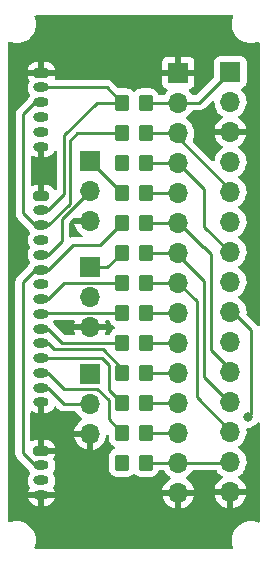
<source format=gbr>
%TF.GenerationSoftware,KiCad,Pcbnew,(6.0.10)*%
%TF.CreationDate,2023-02-12T22:57:06+09:00*%
%TF.ProjectId,joystick_gpio_input,6a6f7973-7469-4636-9b5f-6770696f5f69,1*%
%TF.SameCoordinates,PX7b89fa0PY78dfd90*%
%TF.FileFunction,Copper,L1,Top*%
%TF.FilePolarity,Positive*%
%FSLAX46Y46*%
G04 Gerber Fmt 4.6, Leading zero omitted, Abs format (unit mm)*
G04 Created by KiCad (PCBNEW (6.0.10)) date 2023-02-12 22:57:06*
%MOMM*%
%LPD*%
G01*
G04 APERTURE LIST*
G04 Aperture macros list*
%AMRoundRect*
0 Rectangle with rounded corners*
0 $1 Rounding radius*
0 $2 $3 $4 $5 $6 $7 $8 $9 X,Y pos of 4 corners*
0 Add a 4 corners polygon primitive as box body*
4,1,4,$2,$3,$4,$5,$6,$7,$8,$9,$2,$3,0*
0 Add four circle primitives for the rounded corners*
1,1,$1+$1,$2,$3*
1,1,$1+$1,$4,$5*
1,1,$1+$1,$6,$7*
1,1,$1+$1,$8,$9*
0 Add four rect primitives between the rounded corners*
20,1,$1+$1,$2,$3,$4,$5,0*
20,1,$1+$1,$4,$5,$6,$7,0*
20,1,$1+$1,$6,$7,$8,$9,0*
20,1,$1+$1,$8,$9,$2,$3,0*%
G04 Aperture macros list end*
%TA.AperFunction,SMDPad,CuDef*%
%ADD10RoundRect,0.250000X-0.350000X-0.450000X0.350000X-0.450000X0.350000X0.450000X-0.350000X0.450000X0*%
%TD*%
%TA.AperFunction,ComponentPad*%
%ADD11R,1.700000X1.700000*%
%TD*%
%TA.AperFunction,ComponentPad*%
%ADD12O,1.700000X1.700000*%
%TD*%
%TA.AperFunction,ComponentPad*%
%ADD13RoundRect,0.200000X-0.450000X0.200000X-0.450000X-0.200000X0.450000X-0.200000X0.450000X0.200000X0*%
%TD*%
%TA.AperFunction,ComponentPad*%
%ADD14O,1.300000X0.800000*%
%TD*%
%TA.AperFunction,ViaPad*%
%ADD15C,0.800000*%
%TD*%
%TA.AperFunction,Conductor*%
%ADD16C,0.250000*%
%TD*%
G04 APERTURE END LIST*
D10*
%TO.P,R10,1*%
%TO.N,/Y*%
X10430000Y15697200D03*
%TO.P,R10,2*%
%TO.N,/C_Y*%
X12430000Y15697200D03*
%TD*%
%TO.P,R12,1*%
%TO.N,/TR*%
X10430000Y10617200D03*
%TO.P,R12,2*%
%TO.N,/C_TR*%
X12430000Y10617200D03*
%TD*%
D11*
%TO.P,J5,1,Pin_1*%
%TO.N,/C_UP*%
X19608800Y41148000D03*
D12*
%TO.P,J5,2,Pin_2*%
%TO.N,/C_TL*%
X19608800Y38608000D03*
%TO.P,J5,3,Pin_3*%
%TO.N,/GND*%
X19608800Y36068000D03*
%TO.P,J5,4,Pin_4*%
%TO.N,/C_X*%
X19608800Y33528000D03*
%TO.P,J5,5,Pin_5*%
%TO.N,/C_DOWN*%
X19608800Y30988000D03*
%TO.P,J5,6,Pin_6*%
%TO.N,/C_Y*%
X19608800Y28448000D03*
%TO.P,J5,7,Pin_7*%
%TO.N,/C_LEFT*%
X19608800Y25908000D03*
%TO.P,J5,8,Pin_8*%
%TO.N,/C_RIGHT*%
X19608800Y23368000D03*
%TO.P,J5,9,Pin_9*%
%TO.N,/C_TR*%
X19608800Y20828000D03*
%TO.P,J5,10,Pin_10*%
%TO.N,/C_B*%
X19608800Y18288000D03*
%TO.P,J5,11,Pin_11*%
%TO.N,/C_START*%
X19608800Y15748000D03*
%TO.P,J5,12,Pin_12*%
%TO.N,/C_SELECT*%
X19608800Y13208000D03*
%TO.P,J5,13,Pin_13*%
%TO.N,/C_A*%
X19608800Y10668000D03*
%TO.P,J5,14,Pin_14*%
%TO.N,/C_HK*%
X19608800Y8128000D03*
%TO.P,J5,15,Pin_15*%
%TO.N,/GND*%
X19608800Y5588000D03*
%TD*%
D10*
%TO.P,R13,1*%
%TO.N,/HK*%
X10430000Y8077200D03*
%TO.P,R13,2*%
%TO.N,/C_HK*%
X12430000Y8077200D03*
%TD*%
%TO.P,R11,1*%
%TO.N,/TL*%
X10430000Y13157200D03*
%TO.P,R11,2*%
%TO.N,/C_TL*%
X12430000Y13157200D03*
%TD*%
%TO.P,R4,1*%
%TO.N,/RIGHT*%
X10430000Y30937200D03*
%TO.P,R4,2*%
%TO.N,/C_RIGHT*%
X12430000Y30937200D03*
%TD*%
%TO.P,R9,1*%
%TO.N,/X*%
X10430000Y18237200D03*
%TO.P,R9,2*%
%TO.N,/C_X*%
X12430000Y18237200D03*
%TD*%
%TO.P,R5,1*%
%TO.N,/START*%
X10430000Y28397200D03*
%TO.P,R5,2*%
%TO.N,/C_START*%
X12430000Y28397200D03*
%TD*%
D11*
%TO.P,JP3,1,Pin_1*%
%TO.N,/HK*%
X7721600Y15595600D03*
D12*
%TO.P,JP3,2,Pin_2*%
%TO.N,/HK_T*%
X7721600Y13055600D03*
%TO.P,JP3,3,Pin_3*%
%TO.N,/GND*%
X7721600Y10515600D03*
%TD*%
D10*
%TO.P,R2,1*%
%TO.N,/DOWN*%
X10430000Y36017200D03*
%TO.P,R2,2*%
%TO.N,/C_DOWN*%
X12430000Y36017200D03*
%TD*%
D13*
%TO.P,J1,1,Pin_1*%
%TO.N,/GND*%
X3606800Y41097200D03*
D14*
%TO.P,J1,2,Pin_2*%
%TO.N,/UP*%
X3606800Y39847200D03*
%TO.P,J1,3,Pin_3*%
%TO.N,/DOWN*%
X3606800Y38597200D03*
%TO.P,J1,4,Pin_4*%
%TO.N,/LEFT*%
X3606800Y37347200D03*
%TO.P,J1,5,Pin_5*%
%TO.N,/RIGHT*%
X3606800Y36097200D03*
%TO.P,J1,6,Pin_6*%
%TO.N,/GND*%
X3606800Y34847200D03*
%TD*%
D10*
%TO.P,R8,1*%
%TO.N,/B*%
X10430000Y20777200D03*
%TO.P,R8,2*%
%TO.N,/C_B*%
X12430000Y20777200D03*
%TD*%
%TO.P,R3,1*%
%TO.N,/LEFT*%
X10430000Y33477200D03*
%TO.P,R3,2*%
%TO.N,/C_LEFT*%
X12430000Y33477200D03*
%TD*%
D13*
%TO.P,J3,1,Pin_1*%
%TO.N,/GND*%
X3606800Y30683200D03*
D14*
%TO.P,J3,2,Pin_2*%
%TO.N,/UP*%
X3606800Y29433200D03*
%TO.P,J3,3,Pin_3*%
%TO.N,/DOWN*%
X3606800Y28183200D03*
%TO.P,J3,4,Pin_4*%
%TO.N,/LEFT*%
X3606800Y26933200D03*
%TO.P,J3,5,Pin_5*%
%TO.N,/RIGHT_T*%
X3606800Y25683200D03*
%TO.P,J3,6,Pin_6*%
%TO.N,/START*%
X3606800Y24433200D03*
%TO.P,J3,7,Pin_7*%
%TO.N,/SELECT_T*%
X3606800Y23183200D03*
%TO.P,J3,8,Pin_8*%
%TO.N,/A*%
X3606800Y21933200D03*
%TO.P,J3,9,Pin_9*%
%TO.N,/B*%
X3606800Y20683200D03*
%TO.P,J3,10,Pin_10*%
%TO.N,/X*%
X3606800Y19433200D03*
%TO.P,J3,11,Pin_11*%
%TO.N,/Y*%
X3606800Y18183200D03*
%TO.P,J3,12,Pin_12*%
%TO.N,/TL*%
X3606800Y16933200D03*
%TO.P,J3,13,Pin_13*%
%TO.N,/TR*%
X3606800Y15683200D03*
%TO.P,J3,14,Pin_14*%
%TO.N,/HK_T*%
X3606800Y14433200D03*
%TO.P,J3,15,Pin_15*%
%TO.N,/GND*%
X3606800Y13183200D03*
%TD*%
D11*
%TO.P,JP1,1,Pin_1*%
%TO.N,/RIGHT*%
X7721600Y33629600D03*
D12*
%TO.P,JP1,2,Pin_2*%
%TO.N,/RIGHT_T*%
X7721600Y31089600D03*
%TO.P,JP1,3,Pin_3*%
%TO.N,/GND*%
X7721600Y28549600D03*
%TD*%
D11*
%TO.P,J4,1,Pin_1*%
%TO.N,/GND*%
X15189200Y41097200D03*
D12*
%TO.P,J4,2,Pin_2*%
%TO.N,/C_UP*%
X15189200Y38557200D03*
%TO.P,J4,3,Pin_3*%
%TO.N,/C_DOWN*%
X15189200Y36017200D03*
%TO.P,J4,4,Pin_4*%
%TO.N,/C_LEFT*%
X15189200Y33477200D03*
%TO.P,J4,5,Pin_5*%
%TO.N,/C_RIGHT*%
X15189200Y30937200D03*
%TO.P,J4,6,Pin_6*%
%TO.N,/C_START*%
X15189200Y28397200D03*
%TO.P,J4,7,Pin_7*%
%TO.N,/C_SELECT*%
X15189200Y25857200D03*
%TO.P,J4,8,Pin_8*%
%TO.N,/C_A*%
X15189200Y23317200D03*
%TO.P,J4,9,Pin_9*%
%TO.N,/C_B*%
X15189200Y20777200D03*
%TO.P,J4,10,Pin_10*%
%TO.N,/C_X*%
X15189200Y18237200D03*
%TO.P,J4,11,Pin_11*%
%TO.N,/C_Y*%
X15189200Y15697200D03*
%TO.P,J4,12,Pin_12*%
%TO.N,/C_TL*%
X15189200Y13157200D03*
%TO.P,J4,13,Pin_13*%
%TO.N,/C_TR*%
X15189200Y10617200D03*
%TO.P,J4,14,Pin_14*%
%TO.N,/C_HK*%
X15189200Y8077200D03*
%TO.P,J4,15,Pin_15*%
%TO.N,/GND*%
X15189200Y5537200D03*
%TD*%
D11*
%TO.P,JP2,1,Pin_1*%
%TO.N,/SELECT*%
X7721600Y24612600D03*
D12*
%TO.P,JP2,2,Pin_2*%
%TO.N,/SELECT_T*%
X7721600Y22072600D03*
%TO.P,JP2,3,Pin_3*%
%TO.N,/GND*%
X7721600Y19532600D03*
%TD*%
D13*
%TO.P,J2,1,Pin_1*%
%TO.N,/GND*%
X3606800Y9093200D03*
D14*
%TO.P,J2,2,Pin_2*%
%TO.N,/START*%
X3606800Y7843200D03*
%TO.P,J2,3,Pin_3*%
%TO.N,/SELECT*%
X3606800Y6593200D03*
%TO.P,J2,4,Pin_4*%
%TO.N,/GND*%
X3606800Y5343200D03*
%TD*%
D10*
%TO.P,R7,1*%
%TO.N,/A*%
X10430000Y23317200D03*
%TO.P,R7,2*%
%TO.N,/C_A*%
X12430000Y23317200D03*
%TD*%
%TO.P,R6,1*%
%TO.N,/SELECT*%
X10430000Y25857200D03*
%TO.P,R6,2*%
%TO.N,/C_SELECT*%
X12430000Y25857200D03*
%TD*%
%TO.P,R1,1*%
%TO.N,/UP*%
X10430000Y38557200D03*
%TO.P,R1,2*%
%TO.N,/C_UP*%
X12430000Y38557200D03*
%TD*%
D15*
%TO.N,/DOWN*%
X10430000Y36017200D03*
%TO.N,/LEFT*%
X10430000Y33477200D03*
%TO.N,/HK*%
X10430000Y8077200D03*
%TO.N,/C_TR*%
X21082000Y11938000D03*
%TD*%
D16*
%TO.N,/C_TR*%
X19862800Y20828000D02*
X19608800Y20828000D01*
X21361400Y19329400D02*
X19862800Y20828000D01*
X21082000Y11938000D02*
X21361400Y12217400D01*
X21361400Y12217400D02*
X21361400Y19329400D01*
%TO.N,/UP*%
X5537200Y35814000D02*
X8280400Y38557200D01*
X5537200Y30835600D02*
X5537200Y35814000D01*
X8280400Y38557200D02*
X10430000Y38557200D01*
X4134800Y29433200D02*
X5537200Y30835600D01*
X9140000Y39847200D02*
X3606800Y39847200D01*
X3606800Y29433200D02*
X4134800Y29433200D01*
X10430000Y38557200D02*
X9140000Y39847200D01*
%TO.N,/DOWN*%
X4154800Y28183200D02*
X5987200Y30015600D01*
X5987200Y30015600D02*
X5987200Y35349600D01*
X2057400Y37566600D02*
X2057400Y29184600D01*
X2057400Y29184600D02*
X3058800Y28183200D01*
X3606800Y28183200D02*
X4154800Y28183200D01*
X6654800Y36017200D02*
X10430000Y36017200D01*
X5987200Y35349600D02*
X6654800Y36017200D01*
X3088000Y38597200D02*
X2057400Y37566600D01*
X3058800Y28183200D02*
X3606800Y28183200D01*
X3606800Y38597200D02*
X3088000Y38597200D01*
%TO.N,/RIGHT*%
X7737600Y33629600D02*
X10430000Y30937200D01*
X7721600Y33629600D02*
X7737600Y33629600D01*
%TO.N,/START*%
X6248400Y26517600D02*
X8550400Y26517600D01*
X3606800Y24433200D02*
X4164000Y24433200D01*
X3078800Y7843200D02*
X3606800Y7843200D01*
X2032000Y8890000D02*
X3078800Y7843200D01*
X3097200Y24433200D02*
X2032000Y23368000D01*
X2032000Y23368000D02*
X2032000Y8890000D01*
X8550400Y26517600D02*
X10430000Y28397200D01*
X3606800Y24433200D02*
X3097200Y24433200D01*
X4164000Y24433200D02*
X6248400Y26517600D01*
%TO.N,/SELECT*%
X7721600Y24612600D02*
X9185400Y24612600D01*
X9185400Y24612600D02*
X10430000Y25857200D01*
%TO.N,/RIGHT_T*%
X5334000Y28694500D02*
X5334000Y26822400D01*
X7721600Y31082100D02*
X5334000Y28694500D01*
X5334000Y26822400D02*
X4194800Y25683200D01*
X4194800Y25683200D02*
X3606800Y25683200D01*
X7721600Y31089600D02*
X7721600Y31082100D01*
%TO.N,/A*%
X4153200Y21933200D02*
X5537200Y23317200D01*
X3606800Y21933200D02*
X4153200Y21933200D01*
X5537200Y23317200D02*
X10430000Y23317200D01*
%TO.N,/B*%
X3700800Y20777200D02*
X3606800Y20683200D01*
X10430000Y20777200D02*
X3700800Y20777200D01*
%TO.N,/X*%
X4188800Y19433200D02*
X5384800Y18237200D01*
X5384800Y18237200D02*
X10430000Y18237200D01*
X3606800Y19433200D02*
X4188800Y19433200D01*
%TO.N,/Y*%
X3606800Y18183200D02*
X4168800Y18183200D01*
X10430000Y16036800D02*
X10430000Y15697200D01*
X4168800Y18183200D02*
X4673600Y17678400D01*
X4673600Y17678400D02*
X8788400Y17678400D01*
X8788400Y17678400D02*
X10430000Y16036800D01*
%TO.N,/TL*%
X3606800Y16933200D02*
X8759400Y16933200D01*
X9347200Y16345400D02*
X9347200Y14240000D01*
X8759400Y16933200D02*
X9347200Y16345400D01*
X9347200Y14240000D02*
X10430000Y13157200D01*
%TO.N,/TR*%
X4179600Y15683200D02*
X5537200Y14325600D01*
X9296400Y11750800D02*
X10430000Y10617200D01*
X9296400Y13360400D02*
X9296400Y11750800D01*
X8331200Y14325600D02*
X9296400Y13360400D01*
X5537200Y14325600D02*
X8331200Y14325600D01*
X3606800Y15683200D02*
X4179600Y15683200D01*
%TO.N,/HK_T*%
X5537200Y13055600D02*
X4159600Y14433200D01*
X4159600Y14433200D02*
X3606800Y14433200D01*
X7721600Y13055600D02*
X5537200Y13055600D01*
%TO.N,/C_UP*%
X12430000Y38557200D02*
X15189200Y38557200D01*
X15189200Y38557200D02*
X16967200Y38557200D01*
X19558000Y41148000D02*
X19608800Y41148000D01*
X16967200Y38557200D02*
X19558000Y41148000D01*
%TO.N,/C_DOWN*%
X15189200Y35610800D02*
X19608800Y31191200D01*
X12430000Y36017200D02*
X15189200Y36017200D01*
X19608800Y31191200D02*
X19608800Y30988000D01*
X15189200Y36017200D02*
X15189200Y35610800D01*
%TO.N,/C_LEFT*%
X17399000Y28067000D02*
X19558000Y25908000D01*
X19558000Y25908000D02*
X19608800Y25908000D01*
X17399000Y31267400D02*
X17399000Y28067000D01*
X12430000Y33477200D02*
X15189200Y33477200D01*
X15189200Y33477200D02*
X17399000Y31267400D01*
%TO.N,/C_RIGHT*%
X12430000Y30937200D02*
X15189200Y30937200D01*
%TO.N,/C_START*%
X17348200Y26339800D02*
X17983200Y25704800D01*
X19608800Y16002000D02*
X19608800Y15748000D01*
X15189200Y28397200D02*
X15265400Y28397200D01*
X12430000Y28397200D02*
X15189200Y28397200D01*
X17322800Y26339800D02*
X17348200Y26339800D01*
X15265400Y28397200D02*
X17322800Y26339800D01*
X17983200Y17627600D02*
X19608800Y16002000D01*
X17983200Y25704800D02*
X17983200Y17627600D01*
%TO.N,/C_SELECT*%
X15189200Y25654000D02*
X17373600Y23469600D01*
X19481800Y13208000D02*
X19608800Y13208000D01*
X15189200Y25857200D02*
X15189200Y25654000D01*
X17373600Y15316200D02*
X19481800Y13208000D01*
X17373600Y23469600D02*
X17373600Y15316200D01*
X12430000Y25857200D02*
X15189200Y25857200D01*
%TO.N,/C_A*%
X19608800Y10795000D02*
X19608800Y10668000D01*
X16764000Y21742400D02*
X16764000Y13639800D01*
X16764000Y13639800D02*
X19608800Y10795000D01*
X15189200Y23317200D02*
X16764000Y21742400D01*
X12430000Y23317200D02*
X15189200Y23317200D01*
%TO.N,/C_B*%
X12430000Y20777200D02*
X15189200Y20777200D01*
%TO.N,/C_X*%
X12430000Y18237200D02*
X15189200Y18237200D01*
%TO.N,/C_Y*%
X12430000Y15697200D02*
X15189200Y15697200D01*
%TO.N,/C_TL*%
X12430000Y13157200D02*
X15189200Y13157200D01*
%TO.N,/C_TR*%
X12430000Y10617200D02*
X15189200Y10617200D01*
%TO.N,/C_HK*%
X15189200Y8077200D02*
X19558000Y8077200D01*
X12430000Y8077200D02*
X15189200Y8077200D01*
X19558000Y8077200D02*
X19608800Y8128000D01*
%TD*%
%TA.AperFunction,Conductor*%
%TO.N,/GND*%
G36*
X19790151Y45953998D02*
G01*
X19836644Y45900342D01*
X19846748Y45830068D01*
X19838439Y45799782D01*
X19801495Y45710591D01*
X19800340Y45705779D01*
X19752798Y45507750D01*
X19742391Y45464403D01*
X19722526Y45212000D01*
X19742391Y44959597D01*
X19743545Y44954790D01*
X19743546Y44954784D01*
X19781179Y44798032D01*
X19801495Y44713409D01*
X19803388Y44708838D01*
X19803389Y44708836D01*
X19831631Y44640655D01*
X19898384Y44479498D01*
X20030672Y44263624D01*
X20195102Y44071102D01*
X20387624Y43906672D01*
X20603498Y43774384D01*
X20608068Y43772491D01*
X20608072Y43772489D01*
X20806618Y43690249D01*
X20837409Y43677495D01*
X20884661Y43666151D01*
X21078784Y43619546D01*
X21078790Y43619545D01*
X21083597Y43618391D01*
X21336000Y43598526D01*
X21588403Y43618391D01*
X21593210Y43619545D01*
X21593216Y43619546D01*
X21787339Y43666151D01*
X21834591Y43677495D01*
X21923782Y43714439D01*
X21994372Y43722028D01*
X22057859Y43690249D01*
X22094086Y43629190D01*
X22098000Y43598030D01*
X22098000Y19787991D01*
X22077998Y19719870D01*
X22024342Y19673377D01*
X21954068Y19663273D01*
X21889488Y19692767D01*
X21872443Y19710761D01*
X21869978Y19713939D01*
X21865942Y19720763D01*
X21851618Y19735087D01*
X21838776Y19750122D01*
X21826872Y19766507D01*
X21792806Y19794689D01*
X21784027Y19802678D01*
X20997394Y20589311D01*
X20963368Y20651623D01*
X20961567Y20694852D01*
X20969892Y20758089D01*
X20969892Y20758093D01*
X20970329Y20761410D01*
X20971956Y20828000D01*
X20953652Y21050639D01*
X20899231Y21267298D01*
X20810154Y21472160D01*
X20759056Y21551146D01*
X20691622Y21655383D01*
X20691620Y21655386D01*
X20688814Y21659723D01*
X20538470Y21824949D01*
X20534419Y21828148D01*
X20534415Y21828152D01*
X20367214Y21960200D01*
X20367210Y21960202D01*
X20363159Y21963402D01*
X20321853Y21986204D01*
X20271884Y22036636D01*
X20257112Y22106079D01*
X20282228Y22172484D01*
X20309580Y22199091D01*
X20414464Y22273904D01*
X20488660Y22326827D01*
X20546420Y22384385D01*
X20600557Y22438334D01*
X20646896Y22484511D01*
X20663926Y22508210D01*
X20774235Y22661723D01*
X20777253Y22665923D01*
X20784973Y22681542D01*
X20873936Y22861547D01*
X20873937Y22861549D01*
X20876230Y22866189D01*
X20941170Y23079931D01*
X20970329Y23301410D01*
X20971956Y23368000D01*
X20953652Y23590639D01*
X20899231Y23807298D01*
X20810154Y24012160D01*
X20715628Y24158275D01*
X20691622Y24195383D01*
X20691620Y24195386D01*
X20688814Y24199723D01*
X20538470Y24364949D01*
X20534419Y24368148D01*
X20534415Y24368152D01*
X20367214Y24500200D01*
X20367210Y24500202D01*
X20363159Y24503402D01*
X20321853Y24526204D01*
X20271884Y24576636D01*
X20257112Y24646079D01*
X20282228Y24712484D01*
X20309580Y24739091D01*
X20414464Y24813904D01*
X20488660Y24866827D01*
X20546420Y24924385D01*
X20618528Y24996242D01*
X20646896Y25024511D01*
X20663926Y25048210D01*
X20774235Y25201723D01*
X20777253Y25205923D01*
X20827007Y25306592D01*
X20873936Y25401547D01*
X20873937Y25401549D01*
X20876230Y25406189D01*
X20941170Y25619931D01*
X20970329Y25841410D01*
X20970797Y25860556D01*
X20971874Y25904635D01*
X20971874Y25904639D01*
X20971956Y25908000D01*
X20953652Y26130639D01*
X20899231Y26347298D01*
X20810154Y26552160D01*
X20750170Y26644881D01*
X20691622Y26735383D01*
X20691620Y26735386D01*
X20688814Y26739723D01*
X20538470Y26904949D01*
X20534419Y26908148D01*
X20534415Y26908152D01*
X20367214Y27040200D01*
X20367210Y27040202D01*
X20363159Y27043402D01*
X20321853Y27066204D01*
X20271884Y27116636D01*
X20257112Y27186079D01*
X20282228Y27252484D01*
X20309580Y27279091D01*
X20414464Y27353904D01*
X20488660Y27406827D01*
X20546420Y27464385D01*
X20626768Y27544453D01*
X20646896Y27564511D01*
X20663926Y27588210D01*
X20774235Y27741723D01*
X20777253Y27745923D01*
X20783906Y27759383D01*
X20873936Y27941547D01*
X20873937Y27941549D01*
X20876230Y27946189D01*
X20929650Y28122014D01*
X20939665Y28154977D01*
X20939665Y28154979D01*
X20941170Y28159931D01*
X20970329Y28381410D01*
X20970576Y28391512D01*
X20971874Y28444635D01*
X20971874Y28444639D01*
X20971956Y28448000D01*
X20953652Y28670639D01*
X20899231Y28887298D01*
X20810154Y29092160D01*
X20719207Y29232743D01*
X20691622Y29275383D01*
X20691620Y29275386D01*
X20688814Y29279723D01*
X20538470Y29444949D01*
X20534419Y29448148D01*
X20534415Y29448152D01*
X20367214Y29580200D01*
X20367210Y29580202D01*
X20363159Y29583402D01*
X20321853Y29606204D01*
X20271884Y29656636D01*
X20257112Y29726079D01*
X20282228Y29792484D01*
X20309580Y29819091D01*
X20353403Y29850350D01*
X20488660Y29946827D01*
X20546420Y30004385D01*
X20600130Y30057908D01*
X20646896Y30104511D01*
X20663926Y30128210D01*
X20774235Y30281723D01*
X20777253Y30285923D01*
X20848065Y30429200D01*
X20873936Y30481547D01*
X20873937Y30481549D01*
X20876230Y30486189D01*
X20941170Y30699931D01*
X20970329Y30921410D01*
X20971956Y30988000D01*
X20953652Y31210639D01*
X20899231Y31427298D01*
X20810154Y31632160D01*
X20708048Y31789992D01*
X20691622Y31815383D01*
X20691620Y31815386D01*
X20688814Y31819723D01*
X20538470Y31984949D01*
X20534419Y31988148D01*
X20534415Y31988152D01*
X20367214Y32120200D01*
X20367210Y32120202D01*
X20363159Y32123402D01*
X20321853Y32146204D01*
X20271884Y32196636D01*
X20257112Y32266079D01*
X20282228Y32332484D01*
X20309580Y32359091D01*
X20414464Y32433904D01*
X20488660Y32486827D01*
X20546420Y32544385D01*
X20570009Y32567893D01*
X20646896Y32644511D01*
X20663926Y32668210D01*
X20774235Y32821723D01*
X20777253Y32825923D01*
X20832413Y32937530D01*
X20873936Y33021547D01*
X20873937Y33021549D01*
X20876230Y33026189D01*
X20941170Y33239931D01*
X20970329Y33461410D01*
X20971956Y33528000D01*
X20953652Y33750639D01*
X20899231Y33967298D01*
X20810154Y34172160D01*
X20715628Y34318275D01*
X20691622Y34355383D01*
X20691620Y34355386D01*
X20688814Y34359723D01*
X20538470Y34524949D01*
X20534419Y34528148D01*
X20534415Y34528152D01*
X20367214Y34660200D01*
X20367210Y34660202D01*
X20363159Y34663402D01*
X20321369Y34686471D01*
X20271398Y34736903D01*
X20256626Y34806346D01*
X20281742Y34872752D01*
X20309094Y34899359D01*
X20484128Y35024208D01*
X20492000Y35030861D01*
X20642852Y35181188D01*
X20649530Y35189035D01*
X20773803Y35361980D01*
X20779113Y35370817D01*
X20873470Y35561733D01*
X20877269Y35571328D01*
X20939177Y35775090D01*
X20941355Y35785163D01*
X20942786Y35796038D01*
X20940575Y35810222D01*
X20927417Y35814000D01*
X18292025Y35814000D01*
X18278494Y35810027D01*
X18277057Y35800034D01*
X18307365Y35665554D01*
X18310445Y35655725D01*
X18390570Y35458397D01*
X18395213Y35449206D01*
X18506494Y35267612D01*
X18512577Y35259301D01*
X18652013Y35098333D01*
X18659380Y35091117D01*
X18823234Y34955084D01*
X18831681Y34949169D01*
X18900769Y34908797D01*
X18949493Y34857158D01*
X18962564Y34787375D01*
X18935833Y34721604D01*
X18895384Y34688248D01*
X18882407Y34681493D01*
X18878274Y34678390D01*
X18878271Y34678388D01*
X18749974Y34582060D01*
X18703765Y34547365D01*
X18687501Y34530346D01*
X18559819Y34396734D01*
X18549429Y34385862D01*
X18546515Y34381590D01*
X18546514Y34381589D01*
X18511861Y34330789D01*
X18423543Y34201320D01*
X18407803Y34167410D01*
X18337723Y34016435D01*
X18329488Y33998695D01*
X18269789Y33783430D01*
X18269240Y33778296D01*
X18269240Y33778294D01*
X18263298Y33722694D01*
X18236170Y33657085D01*
X18177877Y33616557D01*
X18106927Y33613978D01*
X18048916Y33646989D01*
X16429207Y35266698D01*
X16395181Y35329010D01*
X16400246Y35399825D01*
X16405344Y35411619D01*
X16454338Y35510752D01*
X16456630Y35515389D01*
X16496459Y35646481D01*
X16520065Y35724177D01*
X16520065Y35724179D01*
X16521570Y35729131D01*
X16550729Y35950610D01*
X16552356Y36017200D01*
X16534052Y36239839D01*
X16479631Y36456498D01*
X16390554Y36661360D01*
X16349799Y36724358D01*
X16272022Y36844583D01*
X16272020Y36844586D01*
X16269214Y36848923D01*
X16118870Y37014149D01*
X16114819Y37017348D01*
X16114815Y37017352D01*
X15947614Y37149400D01*
X15947610Y37149402D01*
X15943559Y37152602D01*
X15902253Y37175404D01*
X15852284Y37225836D01*
X15837512Y37295279D01*
X15862628Y37361684D01*
X15889980Y37388291D01*
X15958413Y37437104D01*
X16069060Y37516027D01*
X16089831Y37536725D01*
X16223635Y37670063D01*
X16227296Y37673711D01*
X16257774Y37716125D01*
X16354635Y37850923D01*
X16357653Y37855123D01*
X16359946Y37859763D01*
X16361646Y37862592D01*
X16413874Y37910682D01*
X16469651Y37923700D01*
X16888433Y37923700D01*
X16899616Y37923173D01*
X16907109Y37921498D01*
X16915035Y37921747D01*
X16915036Y37921747D01*
X16975186Y37923638D01*
X16979145Y37923700D01*
X17007056Y37923700D01*
X17010991Y37924197D01*
X17011056Y37924205D01*
X17022893Y37925138D01*
X17055151Y37926152D01*
X17059170Y37926278D01*
X17067089Y37926527D01*
X17086543Y37932179D01*
X17105900Y37936187D01*
X17118130Y37937732D01*
X17118131Y37937732D01*
X17125997Y37938726D01*
X17133368Y37941645D01*
X17133370Y37941645D01*
X17167112Y37955004D01*
X17178342Y37958849D01*
X17213183Y37968971D01*
X17213184Y37968971D01*
X17220793Y37971182D01*
X17227612Y37975215D01*
X17227617Y37975217D01*
X17238228Y37981493D01*
X17255976Y37990188D01*
X17274817Y37997648D01*
X17310587Y38023636D01*
X17320507Y38030152D01*
X17351735Y38048620D01*
X17351738Y38048622D01*
X17358562Y38052658D01*
X17372883Y38066979D01*
X17387917Y38079820D01*
X17397894Y38087069D01*
X17404307Y38091728D01*
X17432498Y38125805D01*
X17440488Y38134584D01*
X18031218Y38725314D01*
X18093530Y38759340D01*
X18164345Y38754275D01*
X18221181Y38711728D01*
X18245992Y38645208D01*
X18246078Y38641556D01*
X18246051Y38641305D01*
X18258910Y38418285D01*
X18260047Y38413239D01*
X18260048Y38413233D01*
X18279919Y38325061D01*
X18308022Y38200361D01*
X18346261Y38106189D01*
X18388442Y38002310D01*
X18392066Y37993384D01*
X18433887Y37925138D01*
X18505301Y37808601D01*
X18508787Y37802912D01*
X18655050Y37634062D01*
X18826926Y37491368D01*
X18899184Y37449144D01*
X18900755Y37448226D01*
X18949479Y37396588D01*
X18962550Y37326805D01*
X18935819Y37261033D01*
X18895362Y37227673D01*
X18887257Y37223454D01*
X18878538Y37217964D01*
X18708233Y37090095D01*
X18700526Y37083252D01*
X18553390Y36929283D01*
X18546904Y36921273D01*
X18426898Y36745351D01*
X18421800Y36736377D01*
X18332138Y36543217D01*
X18328575Y36533530D01*
X18273189Y36333817D01*
X18274712Y36325393D01*
X18287092Y36322000D01*
X20927144Y36322000D01*
X20940675Y36325973D01*
X20941980Y36335053D01*
X20900014Y36502125D01*
X20896694Y36511876D01*
X20811772Y36707186D01*
X20806905Y36716261D01*
X20691226Y36895074D01*
X20684936Y36903243D01*
X20541606Y37060760D01*
X20534073Y37067785D01*
X20366939Y37199778D01*
X20358356Y37205480D01*
X20321402Y37225880D01*
X20271431Y37276313D01*
X20256659Y37345755D01*
X20281775Y37412161D01*
X20309127Y37438768D01*
X20332597Y37455509D01*
X20488660Y37566827D01*
X20508560Y37586657D01*
X20623379Y37701076D01*
X20646896Y37724511D01*
X20663926Y37748210D01*
X20774235Y37901723D01*
X20777253Y37905923D01*
X20786009Y37923638D01*
X20873936Y38101547D01*
X20873937Y38101549D01*
X20876230Y38106189D01*
X20941170Y38319931D01*
X20970329Y38541410D01*
X20971956Y38608000D01*
X20953652Y38830639D01*
X20899231Y39047298D01*
X20810154Y39252160D01*
X20724486Y39384583D01*
X20691622Y39435383D01*
X20691620Y39435386D01*
X20688814Y39439723D01*
X20685332Y39443550D01*
X20541598Y39601512D01*
X20510546Y39665358D01*
X20518941Y39735857D01*
X20564117Y39790625D01*
X20590561Y39804294D01*
X20697097Y39844233D01*
X20705505Y39847385D01*
X20822061Y39934739D01*
X20909415Y40051295D01*
X20960545Y40187684D01*
X20967300Y40249866D01*
X20967300Y42046134D01*
X20960545Y42108316D01*
X20909415Y42244705D01*
X20822061Y42361261D01*
X20705505Y42448615D01*
X20569116Y42499745D01*
X20506934Y42506500D01*
X18710666Y42506500D01*
X18648484Y42499745D01*
X18512095Y42448615D01*
X18395539Y42361261D01*
X18308185Y42244705D01*
X18257055Y42108316D01*
X18250300Y42046134D01*
X18250300Y40788395D01*
X18230298Y40720274D01*
X18213395Y40699300D01*
X16741700Y39227605D01*
X16679388Y39193579D01*
X16652605Y39190700D01*
X16466005Y39190700D01*
X16397884Y39210702D01*
X16360213Y39248260D01*
X16272022Y39384583D01*
X16272020Y39384586D01*
X16269214Y39388923D01*
X16265740Y39392741D01*
X16265733Y39392750D01*
X16121635Y39551112D01*
X16090583Y39614958D01*
X16098979Y39685456D01*
X16144156Y39740224D01*
X16170600Y39753893D01*
X16277252Y39793875D01*
X16292849Y39802414D01*
X16394924Y39878915D01*
X16407485Y39891476D01*
X16483986Y39993551D01*
X16492524Y40009146D01*
X16537678Y40129594D01*
X16541305Y40144849D01*
X16546831Y40195714D01*
X16547200Y40202528D01*
X16547200Y40825085D01*
X16542725Y40840324D01*
X16541335Y40841529D01*
X16533652Y40843200D01*
X13849316Y40843200D01*
X13834077Y40838725D01*
X13832872Y40837335D01*
X13831201Y40829652D01*
X13831201Y40202531D01*
X13831571Y40195710D01*
X13837095Y40144848D01*
X13840721Y40129596D01*
X13885876Y40009146D01*
X13894414Y39993551D01*
X13970915Y39891476D01*
X13983476Y39878915D01*
X14085551Y39802414D01*
X14101146Y39793876D01*
X14210027Y39753058D01*
X14266791Y39710416D01*
X14291491Y39643855D01*
X14276283Y39574506D01*
X14256891Y39548025D01*
X14149248Y39435383D01*
X14129829Y39415062D01*
X14126915Y39410790D01*
X14126914Y39410789D01*
X14014295Y39245696D01*
X13959384Y39200693D01*
X13910207Y39190700D01*
X13609197Y39190700D01*
X13541076Y39210702D01*
X13494583Y39264358D01*
X13489674Y39276823D01*
X13473867Y39324202D01*
X13473866Y39324204D01*
X13471550Y39331146D01*
X13378478Y39481548D01*
X13253303Y39606505D01*
X13239590Y39614958D01*
X13108968Y39695475D01*
X13108966Y39695476D01*
X13102738Y39699315D01*
X12992567Y39735857D01*
X12941389Y39752832D01*
X12941387Y39752832D01*
X12934861Y39754997D01*
X12928025Y39755697D01*
X12928022Y39755698D01*
X12884969Y39760109D01*
X12830400Y39765700D01*
X12029600Y39765700D01*
X12026354Y39765363D01*
X12026350Y39765363D01*
X11930692Y39755438D01*
X11930688Y39755437D01*
X11923834Y39754726D01*
X11917298Y39752545D01*
X11917296Y39752545D01*
X11791851Y39710693D01*
X11756054Y39698750D01*
X11605652Y39605678D01*
X11548100Y39548025D01*
X11519216Y39519091D01*
X11456934Y39485012D01*
X11386114Y39490015D01*
X11341025Y39518936D01*
X11258483Y39601334D01*
X11253303Y39606505D01*
X11239590Y39614958D01*
X11108968Y39695475D01*
X11108966Y39695476D01*
X11102738Y39699315D01*
X10992567Y39735857D01*
X10941389Y39752832D01*
X10941387Y39752832D01*
X10934861Y39754997D01*
X10928025Y39755697D01*
X10928022Y39755698D01*
X10884969Y39760109D01*
X10830400Y39765700D01*
X10169595Y39765700D01*
X10101474Y39785702D01*
X10080500Y39802605D01*
X9643652Y40239453D01*
X9636112Y40247739D01*
X9632000Y40254218D01*
X9582348Y40300844D01*
X9579507Y40303598D01*
X9559770Y40323335D01*
X9556573Y40325815D01*
X9547551Y40333520D01*
X9521100Y40358359D01*
X9515321Y40363786D01*
X9508375Y40367605D01*
X9508372Y40367607D01*
X9497566Y40373548D01*
X9481047Y40384399D01*
X9480583Y40384759D01*
X9465041Y40396814D01*
X9457772Y40399959D01*
X9457768Y40399962D01*
X9424463Y40414374D01*
X9413813Y40419591D01*
X9375060Y40440895D01*
X9355437Y40445933D01*
X9336734Y40452337D01*
X9325420Y40457233D01*
X9325419Y40457233D01*
X9318145Y40460381D01*
X9310322Y40461620D01*
X9310312Y40461623D01*
X9274476Y40467299D01*
X9262856Y40469705D01*
X9227711Y40478728D01*
X9227710Y40478728D01*
X9220030Y40480700D01*
X9199776Y40480700D01*
X9180065Y40482251D01*
X9167886Y40484180D01*
X9160057Y40485420D01*
X9152165Y40484674D01*
X9116039Y40481259D01*
X9104181Y40480700D01*
X4839792Y40480700D01*
X4771671Y40500702D01*
X4725178Y40554358D01*
X4715074Y40624632D01*
X4719558Y40644379D01*
X4756056Y40760844D01*
X4758669Y40773894D01*
X4763713Y40828786D01*
X4760325Y40840324D01*
X4758935Y40841529D01*
X4751252Y40843200D01*
X2466916Y40843200D01*
X2451677Y40838725D01*
X2450472Y40837335D01*
X2449509Y40832906D01*
X2454932Y40773885D01*
X2457543Y40760849D01*
X2504515Y40610957D01*
X2510721Y40597212D01*
X2589204Y40467622D01*
X2607383Y40398992D01*
X2583364Y40328289D01*
X2565682Y40303952D01*
X2562998Y40297924D01*
X2562997Y40297922D01*
X2517490Y40195710D01*
X2488006Y40129488D01*
X2469858Y40044109D01*
X2459112Y39993551D01*
X2448300Y39942687D01*
X2448300Y39751713D01*
X2449672Y39745261D01*
X2449672Y39745256D01*
X2462383Y39685456D01*
X2488006Y39564912D01*
X2490691Y39558882D01*
X2490691Y39558881D01*
X2556626Y39410789D01*
X2565682Y39390448D01*
X2569562Y39385107D01*
X2569563Y39385106D01*
X2634113Y39296261D01*
X2657972Y39229393D01*
X2641891Y39160242D01*
X2634113Y39148139D01*
X2604092Y39106818D01*
X2565682Y39053952D01*
X2562998Y39047924D01*
X2562997Y39047922D01*
X2508436Y38925375D01*
X2482424Y38887529D01*
X1665147Y38070252D01*
X1656861Y38062712D01*
X1650382Y38058600D01*
X1644957Y38052823D01*
X1603757Y38008949D01*
X1601002Y38006107D01*
X1581265Y37986370D01*
X1578785Y37983173D01*
X1571082Y37974153D01*
X1540814Y37941921D01*
X1536995Y37934975D01*
X1536993Y37934972D01*
X1531052Y37924166D01*
X1520201Y37907647D01*
X1507786Y37891641D01*
X1504641Y37884372D01*
X1504638Y37884368D01*
X1490226Y37851063D01*
X1485009Y37840413D01*
X1463705Y37801660D01*
X1461734Y37793985D01*
X1461734Y37793984D01*
X1458667Y37782038D01*
X1452263Y37763334D01*
X1444219Y37744745D01*
X1442980Y37736922D01*
X1442977Y37736912D01*
X1437301Y37701076D01*
X1434895Y37689456D01*
X1430853Y37673711D01*
X1423900Y37646630D01*
X1423900Y37626376D01*
X1422349Y37606666D01*
X1419180Y37586657D01*
X1419926Y37578765D01*
X1423341Y37542639D01*
X1423900Y37530781D01*
X1423900Y29263367D01*
X1423373Y29252184D01*
X1421698Y29244691D01*
X1421947Y29236765D01*
X1421947Y29236764D01*
X1423838Y29176614D01*
X1423900Y29172655D01*
X1423900Y29144744D01*
X1424397Y29140810D01*
X1424397Y29140809D01*
X1424405Y29140744D01*
X1425338Y29128907D01*
X1426727Y29084711D01*
X1430850Y29070520D01*
X1432378Y29065261D01*
X1436387Y29045900D01*
X1438926Y29025803D01*
X1441845Y29018432D01*
X1441845Y29018430D01*
X1455204Y28984688D01*
X1459049Y28973458D01*
X1471382Y28931007D01*
X1475415Y28924188D01*
X1475417Y28924183D01*
X1481693Y28913572D01*
X1490388Y28895824D01*
X1497848Y28876983D01*
X1502510Y28870567D01*
X1502510Y28870566D01*
X1523836Y28841213D01*
X1530352Y28831293D01*
X1548433Y28800721D01*
X1552858Y28793238D01*
X1567179Y28778917D01*
X1580019Y28763884D01*
X1591928Y28747493D01*
X1620442Y28723904D01*
X1626005Y28719302D01*
X1634784Y28711312D01*
X2505857Y27840239D01*
X2531869Y27802393D01*
X2561551Y27735727D01*
X2565682Y27726448D01*
X2569562Y27721107D01*
X2569563Y27721106D01*
X2634113Y27632261D01*
X2657972Y27565393D01*
X2641891Y27496242D01*
X2634113Y27484139D01*
X2595340Y27430772D01*
X2565682Y27389952D01*
X2562998Y27383924D01*
X2562997Y27383922D01*
X2490691Y27221519D01*
X2488006Y27215488D01*
X2473772Y27148523D01*
X2451428Y27043402D01*
X2448300Y27028687D01*
X2448300Y26837713D01*
X2449672Y26831261D01*
X2449672Y26831256D01*
X2459139Y26786721D01*
X2488006Y26650912D01*
X2490691Y26644882D01*
X2490691Y26644881D01*
X2559337Y26490700D01*
X2565682Y26476448D01*
X2569562Y26471107D01*
X2569563Y26471106D01*
X2634113Y26382261D01*
X2657972Y26315393D01*
X2641891Y26246242D01*
X2634113Y26234139D01*
X2583238Y26164115D01*
X2565682Y26139952D01*
X2562998Y26133924D01*
X2562997Y26133922D01*
X2497818Y25987527D01*
X2488006Y25965488D01*
X2471144Y25886157D01*
X2450742Y25790175D01*
X2448300Y25778687D01*
X2448300Y25587713D01*
X2449672Y25581261D01*
X2449672Y25581256D01*
X2464662Y25510734D01*
X2488006Y25400912D01*
X2490691Y25394882D01*
X2490691Y25394881D01*
X2492773Y25390206D01*
X2565682Y25226448D01*
X2569562Y25221107D01*
X2569563Y25221106D01*
X2634113Y25132261D01*
X2657972Y25065393D01*
X2641891Y24996242D01*
X2634113Y24984139D01*
X2593847Y24928717D01*
X2565682Y24889952D01*
X2562998Y24883923D01*
X2562996Y24883920D01*
X2501054Y24744794D01*
X2475042Y24706947D01*
X1639747Y23871652D01*
X1631461Y23864112D01*
X1624982Y23860000D01*
X1619557Y23854223D01*
X1578357Y23810349D01*
X1575602Y23807507D01*
X1555865Y23787770D01*
X1553385Y23784573D01*
X1545682Y23775553D01*
X1515414Y23743321D01*
X1511595Y23736375D01*
X1511593Y23736372D01*
X1505652Y23725566D01*
X1494801Y23709047D01*
X1482386Y23693041D01*
X1479241Y23685772D01*
X1479238Y23685768D01*
X1464826Y23652463D01*
X1459609Y23641813D01*
X1438305Y23603060D01*
X1436334Y23595385D01*
X1436334Y23595384D01*
X1433267Y23583438D01*
X1426863Y23564734D01*
X1418819Y23546145D01*
X1417580Y23538322D01*
X1417577Y23538312D01*
X1411901Y23502476D01*
X1409495Y23490856D01*
X1398500Y23448030D01*
X1398500Y23427776D01*
X1396949Y23408066D01*
X1393780Y23388057D01*
X1394526Y23380165D01*
X1397941Y23344039D01*
X1398500Y23332181D01*
X1398500Y8968767D01*
X1397973Y8957584D01*
X1396298Y8950091D01*
X1396547Y8942165D01*
X1396547Y8942164D01*
X1398438Y8882014D01*
X1398500Y8878055D01*
X1398500Y8850144D01*
X1398997Y8846210D01*
X1398997Y8846209D01*
X1399005Y8846144D01*
X1399938Y8834307D01*
X1401327Y8790111D01*
X1406978Y8770661D01*
X1410987Y8751300D01*
X1413526Y8731203D01*
X1416445Y8723832D01*
X1416445Y8723830D01*
X1429804Y8690088D01*
X1433649Y8678858D01*
X1445982Y8636407D01*
X1450015Y8629588D01*
X1450017Y8629583D01*
X1456293Y8618972D01*
X1464988Y8601224D01*
X1472448Y8582383D01*
X1477110Y8575967D01*
X1477110Y8575966D01*
X1498436Y8546613D01*
X1504952Y8536693D01*
X1527458Y8498638D01*
X1541779Y8484317D01*
X1554619Y8469284D01*
X1566528Y8452893D01*
X1572632Y8447843D01*
X1572637Y8447838D01*
X1600598Y8424707D01*
X1609379Y8416717D01*
X2489809Y7536286D01*
X2515820Y7498440D01*
X2549977Y7421723D01*
X2565682Y7386448D01*
X2569562Y7381107D01*
X2569563Y7381106D01*
X2634113Y7292261D01*
X2657972Y7225393D01*
X2641891Y7156242D01*
X2634113Y7144139D01*
X2565682Y7049952D01*
X2562998Y7043924D01*
X2562997Y7043922D01*
X2513514Y6932781D01*
X2488006Y6875488D01*
X2468153Y6782088D01*
X2454909Y6719778D01*
X2448300Y6688687D01*
X2448300Y6497713D01*
X2449672Y6491261D01*
X2449672Y6491256D01*
X2468153Y6404312D01*
X2488006Y6310912D01*
X2490691Y6304882D01*
X2490691Y6304881D01*
X2547901Y6176386D01*
X2565682Y6136448D01*
X2634423Y6041834D01*
X2658280Y5974970D01*
X2642200Y5905818D01*
X2634422Y5893715D01*
X2569998Y5805043D01*
X2563432Y5793671D01*
X2491167Y5631361D01*
X2487110Y5618875D01*
X2486270Y5614922D01*
X2487343Y5600859D01*
X2497297Y5597200D01*
X4712982Y5597200D01*
X4726513Y5601173D01*
X4728022Y5611668D01*
X4726490Y5618875D01*
X4722433Y5631361D01*
X4650168Y5793671D01*
X4643602Y5805043D01*
X4579178Y5893715D01*
X4555319Y5960583D01*
X4571400Y6029734D01*
X4579166Y6041820D01*
X4647918Y6136448D01*
X4665700Y6176386D01*
X4722909Y6304881D01*
X4722909Y6304882D01*
X4725594Y6310912D01*
X4745447Y6404313D01*
X4763928Y6491256D01*
X4763928Y6491261D01*
X4765300Y6497713D01*
X4765300Y6688687D01*
X4758692Y6719778D01*
X4745447Y6782087D01*
X4725594Y6875488D01*
X4700086Y6932781D01*
X4650603Y7043922D01*
X4650602Y7043924D01*
X4647918Y7049952D01*
X4579487Y7144139D01*
X4555628Y7211007D01*
X4571709Y7280158D01*
X4579487Y7292261D01*
X4644037Y7381106D01*
X4644038Y7381107D01*
X4647918Y7386448D01*
X4663624Y7421723D01*
X4722909Y7554881D01*
X4722909Y7554882D01*
X4725594Y7560912D01*
X4765300Y7747713D01*
X4765300Y7938687D01*
X4725594Y8125488D01*
X4647918Y8299952D01*
X4630236Y8324289D01*
X4606378Y8391156D01*
X4624396Y8463622D01*
X4702879Y8593212D01*
X4709085Y8606957D01*
X4756056Y8756844D01*
X4758669Y8769894D01*
X4763713Y8824786D01*
X4760325Y8836324D01*
X4758935Y8837529D01*
X4751252Y8839200D01*
X3478800Y8839200D01*
X3410679Y8859202D01*
X3364186Y8912858D01*
X3352800Y8965200D01*
X3352800Y9365315D01*
X3860800Y9365315D01*
X3865275Y9350076D01*
X3866665Y9348871D01*
X3874348Y9347200D01*
X4746684Y9347200D01*
X4761923Y9351675D01*
X4763128Y9353065D01*
X4764091Y9357494D01*
X4758668Y9416515D01*
X4756057Y9429551D01*
X4709085Y9579443D01*
X4702879Y9593188D01*
X4621976Y9726774D01*
X4612669Y9738643D01*
X4502243Y9849069D01*
X4490374Y9858376D01*
X4356788Y9939279D01*
X4343043Y9945485D01*
X4193156Y9992456D01*
X4180106Y9995069D01*
X4116279Y10000934D01*
X4110491Y10001200D01*
X3878915Y10001200D01*
X3863676Y9996725D01*
X3862471Y9995335D01*
X3860800Y9987652D01*
X3860800Y9365315D01*
X3352800Y9365315D01*
X3352800Y9983084D01*
X3348325Y9998323D01*
X3346935Y9999528D01*
X3339252Y10001199D01*
X3103095Y10001199D01*
X3097346Y10000936D01*
X3033485Y9995068D01*
X3020449Y9992457D01*
X2870557Y9945485D01*
X2856803Y9939275D01*
X2856767Y9939253D01*
X2856737Y9939245D01*
X2849884Y9936151D01*
X2849368Y9937293D01*
X2788137Y9921076D01*
X2720574Y9942889D01*
X2675530Y9997767D01*
X2665500Y10047031D01*
X2665500Y10247634D01*
X6389857Y10247634D01*
X6420165Y10113154D01*
X6423245Y10103325D01*
X6503370Y9905997D01*
X6508013Y9896806D01*
X6619294Y9715212D01*
X6625377Y9706901D01*
X6764813Y9545933D01*
X6772180Y9538717D01*
X6936034Y9402684D01*
X6944481Y9396769D01*
X7128356Y9289321D01*
X7137642Y9284871D01*
X7336601Y9208897D01*
X7346499Y9206021D01*
X7449850Y9184994D01*
X7463899Y9186190D01*
X7467600Y9196535D01*
X7467600Y10243485D01*
X7463125Y10258724D01*
X7461735Y10259929D01*
X7454052Y10261600D01*
X6404825Y10261600D01*
X6391294Y10257627D01*
X6389857Y10247634D01*
X2665500Y10247634D01*
X2665500Y12315616D01*
X2685502Y12383737D01*
X2739158Y12430230D01*
X2809432Y12440334D01*
X2854500Y12424735D01*
X2979726Y12352435D01*
X2991734Y12347089D01*
X3160698Y12292189D01*
X3173539Y12289459D01*
X3305938Y12275544D01*
X3312498Y12275200D01*
X3334685Y12275200D01*
X3349924Y12279675D01*
X3351129Y12281065D01*
X3352800Y12288748D01*
X3352800Y13311200D01*
X3372802Y13379321D01*
X3426458Y13425814D01*
X3478800Y13437200D01*
X3734800Y13437200D01*
X3802921Y13417198D01*
X3849414Y13363542D01*
X3860800Y13311200D01*
X3860800Y12293315D01*
X3865275Y12278076D01*
X3866665Y12276871D01*
X3874348Y12275200D01*
X3901102Y12275200D01*
X3907662Y12275544D01*
X4040061Y12289459D01*
X4052902Y12292189D01*
X4221866Y12347089D01*
X4233874Y12352435D01*
X4387727Y12441262D01*
X4398358Y12448986D01*
X4530385Y12567863D01*
X4539176Y12577626D01*
X4643602Y12721357D01*
X4650171Y12732734D01*
X4672335Y12782515D01*
X4718315Y12836610D01*
X4786243Y12857259D01*
X4854550Y12837906D01*
X4876536Y12820360D01*
X5033543Y12663353D01*
X5041087Y12655063D01*
X5045200Y12648582D01*
X5050977Y12643157D01*
X5094867Y12601942D01*
X5097709Y12599187D01*
X5117431Y12579465D01*
X5120555Y12577042D01*
X5120559Y12577038D01*
X5120624Y12576988D01*
X5129645Y12569283D01*
X5161879Y12539014D01*
X5168827Y12535195D01*
X5168829Y12535193D01*
X5179632Y12529254D01*
X5196159Y12518398D01*
X5205898Y12510843D01*
X5205900Y12510842D01*
X5212160Y12505986D01*
X5252740Y12488426D01*
X5263388Y12483209D01*
X5302140Y12461905D01*
X5309816Y12459934D01*
X5309819Y12459933D01*
X5321762Y12456867D01*
X5340467Y12450463D01*
X5359055Y12442419D01*
X5366878Y12441180D01*
X5366888Y12441177D01*
X5402724Y12435501D01*
X5414344Y12433095D01*
X5446907Y12424735D01*
X5457170Y12422100D01*
X5477424Y12422100D01*
X5497134Y12420549D01*
X5517143Y12417380D01*
X5525035Y12418126D01*
X5561161Y12421541D01*
X5573019Y12422100D01*
X6445874Y12422100D01*
X6513995Y12402098D01*
X6553307Y12361935D01*
X6621587Y12250512D01*
X6767850Y12081662D01*
X6939726Y11938968D01*
X6944458Y11936203D01*
X7013555Y11895826D01*
X7062279Y11844188D01*
X7075350Y11774405D01*
X7048619Y11708633D01*
X7008162Y11675273D01*
X7000057Y11671054D01*
X6991338Y11665564D01*
X6821033Y11537695D01*
X6813326Y11530852D01*
X6666190Y11376883D01*
X6659704Y11368873D01*
X6539698Y11192951D01*
X6534600Y11183977D01*
X6444938Y10990817D01*
X6441375Y10981130D01*
X6385989Y10781417D01*
X6387512Y10772993D01*
X6399892Y10769600D01*
X7849600Y10769600D01*
X7917721Y10749598D01*
X7964214Y10695942D01*
X7975600Y10643600D01*
X7975600Y9197083D01*
X7979664Y9183241D01*
X7993078Y9181207D01*
X7999784Y9182066D01*
X8009862Y9184208D01*
X8213855Y9245409D01*
X8223442Y9249167D01*
X8414695Y9342861D01*
X8423545Y9348136D01*
X8596928Y9471808D01*
X8604800Y9478461D01*
X8755652Y9628788D01*
X8762330Y9636635D01*
X8886603Y9809580D01*
X8891913Y9818417D01*
X8986270Y10009333D01*
X8990069Y10018928D01*
X9051976Y10222685D01*
X9054155Y10232766D01*
X9070578Y10357512D01*
X9099300Y10422439D01*
X9158565Y10461531D01*
X9229557Y10462376D01*
X9289736Y10424706D01*
X9319995Y10360481D01*
X9321500Y10341066D01*
X9321500Y10116800D01*
X9321837Y10113554D01*
X9321837Y10113550D01*
X9328537Y10048980D01*
X9332474Y10011034D01*
X9334655Y10004498D01*
X9334655Y10004496D01*
X9365874Y9910923D01*
X9388450Y9843254D01*
X9481522Y9692852D01*
X9606697Y9567895D01*
X9612927Y9564055D01*
X9612928Y9564054D01*
X9750090Y9479506D01*
X9757262Y9475085D01*
X9765104Y9472484D01*
X9782430Y9466737D01*
X9840791Y9426307D01*
X9868028Y9360743D01*
X9855495Y9290861D01*
X9807171Y9238849D01*
X9782641Y9227621D01*
X9763007Y9221071D01*
X9762997Y9221067D01*
X9756054Y9218750D01*
X9605652Y9125678D01*
X9480695Y9000503D01*
X9476855Y8994273D01*
X9476854Y8994272D01*
X9405217Y8878055D01*
X9387885Y8849938D01*
X9362087Y8772160D01*
X9345017Y8720693D01*
X9332203Y8682061D01*
X9321500Y8577600D01*
X9321500Y7576800D01*
X9321837Y7573554D01*
X9321837Y7573550D01*
X9325704Y7536286D01*
X9332474Y7471034D01*
X9334655Y7464498D01*
X9334655Y7464496D01*
X9365874Y7370923D01*
X9388450Y7303254D01*
X9481522Y7152852D01*
X9606697Y7027895D01*
X9612927Y7024055D01*
X9612928Y7024054D01*
X9750090Y6939506D01*
X9757262Y6935085D01*
X9766078Y6932161D01*
X9918611Y6881568D01*
X9918613Y6881568D01*
X9925139Y6879403D01*
X9931975Y6878703D01*
X9931978Y6878702D01*
X9963349Y6875488D01*
X10029600Y6868700D01*
X10830400Y6868700D01*
X10833646Y6869037D01*
X10833650Y6869037D01*
X10929308Y6878962D01*
X10929312Y6878963D01*
X10936166Y6879674D01*
X10942702Y6881855D01*
X10942704Y6881855D01*
X11093488Y6932161D01*
X11103946Y6935650D01*
X11254348Y7028722D01*
X11340784Y7115309D01*
X11403066Y7149388D01*
X11473886Y7144385D01*
X11518975Y7115464D01*
X11590642Y7043922D01*
X11606697Y7027895D01*
X11612927Y7024055D01*
X11612928Y7024054D01*
X11750090Y6939506D01*
X11757262Y6935085D01*
X11766078Y6932161D01*
X11918611Y6881568D01*
X11918613Y6881568D01*
X11925139Y6879403D01*
X11931975Y6878703D01*
X11931978Y6878702D01*
X11963349Y6875488D01*
X12029600Y6868700D01*
X12830400Y6868700D01*
X12833646Y6869037D01*
X12833650Y6869037D01*
X12929308Y6878962D01*
X12929312Y6878963D01*
X12936166Y6879674D01*
X12942702Y6881855D01*
X12942704Y6881855D01*
X13093488Y6932161D01*
X13103946Y6935650D01*
X13254348Y7028722D01*
X13379305Y7153897D01*
X13452174Y7272112D01*
X13468275Y7298232D01*
X13468276Y7298234D01*
X13472115Y7304462D01*
X13489663Y7357368D01*
X13530094Y7415727D01*
X13595658Y7442964D01*
X13609256Y7443700D01*
X13913474Y7443700D01*
X13981595Y7423698D01*
X14020907Y7383535D01*
X14026062Y7375123D01*
X14089187Y7272112D01*
X14235450Y7103262D01*
X14407326Y6960568D01*
X14444364Y6938925D01*
X14481155Y6917426D01*
X14529879Y6865788D01*
X14542950Y6796005D01*
X14516219Y6730233D01*
X14475762Y6696873D01*
X14467657Y6692654D01*
X14458938Y6687164D01*
X14288633Y6559295D01*
X14280926Y6552452D01*
X14133790Y6398483D01*
X14127304Y6390473D01*
X14007298Y6214551D01*
X14002200Y6205577D01*
X13912538Y6012417D01*
X13908975Y6002730D01*
X13853589Y5803017D01*
X13855112Y5794593D01*
X13867492Y5791200D01*
X16507544Y5791200D01*
X16521075Y5795173D01*
X16522380Y5804253D01*
X16480414Y5971325D01*
X16477094Y5981076D01*
X16392172Y6176386D01*
X16387305Y6185461D01*
X16271626Y6364274D01*
X16265336Y6372443D01*
X16122006Y6529960D01*
X16114473Y6536985D01*
X15947339Y6668978D01*
X15938756Y6674680D01*
X15901802Y6695080D01*
X15851831Y6745513D01*
X15837059Y6814955D01*
X15862175Y6881361D01*
X15889527Y6907968D01*
X15958413Y6957104D01*
X16069060Y7036027D01*
X16088395Y7055294D01*
X16223635Y7190063D01*
X16227296Y7193711D01*
X16239725Y7211007D01*
X16354635Y7370923D01*
X16357653Y7375123D01*
X16359946Y7379763D01*
X16361646Y7382592D01*
X16413874Y7430682D01*
X16469651Y7443700D01*
X18364204Y7443700D01*
X18432325Y7423698D01*
X18471637Y7383535D01*
X18508787Y7322912D01*
X18655050Y7154062D01*
X18826926Y7011368D01*
X18900755Y6968226D01*
X18949479Y6916588D01*
X18962550Y6846805D01*
X18935819Y6781033D01*
X18895362Y6747673D01*
X18887257Y6743454D01*
X18878538Y6737964D01*
X18708233Y6610095D01*
X18700526Y6603252D01*
X18553390Y6449283D01*
X18546904Y6441273D01*
X18426898Y6265351D01*
X18421800Y6256377D01*
X18332138Y6063217D01*
X18328575Y6053530D01*
X18273189Y5853817D01*
X18274712Y5845393D01*
X18287092Y5842000D01*
X20927144Y5842000D01*
X20940675Y5845973D01*
X20941980Y5855053D01*
X20900014Y6022125D01*
X20896694Y6031876D01*
X20811772Y6227186D01*
X20806905Y6236261D01*
X20691226Y6415074D01*
X20684936Y6423243D01*
X20541606Y6580760D01*
X20534073Y6587785D01*
X20366939Y6719778D01*
X20358356Y6725480D01*
X20321402Y6745880D01*
X20271431Y6796313D01*
X20256659Y6865755D01*
X20281775Y6932161D01*
X20309127Y6958768D01*
X20332597Y6975509D01*
X20488660Y7086827D01*
X20546420Y7144385D01*
X20634288Y7231947D01*
X20646896Y7244511D01*
X20663926Y7268210D01*
X20774235Y7421723D01*
X20777253Y7425923D01*
X20823637Y7519773D01*
X20873936Y7621547D01*
X20873937Y7621549D01*
X20876230Y7626189D01*
X20941170Y7839931D01*
X20970329Y8061410D01*
X20971956Y8128000D01*
X20953652Y8350639D01*
X20899231Y8567298D01*
X20810154Y8772160D01*
X20753844Y8859202D01*
X20691622Y8955383D01*
X20691620Y8955386D01*
X20688814Y8959723D01*
X20538470Y9124949D01*
X20534419Y9128148D01*
X20534415Y9128152D01*
X20367214Y9260200D01*
X20367210Y9260202D01*
X20363159Y9263402D01*
X20321853Y9286204D01*
X20271884Y9336636D01*
X20257112Y9406079D01*
X20282228Y9472484D01*
X20309580Y9499091D01*
X20375250Y9545933D01*
X20488660Y9626827D01*
X20498503Y9636635D01*
X20600867Y9738643D01*
X20646896Y9784511D01*
X20663926Y9808210D01*
X20774235Y9961723D01*
X20777253Y9965923D01*
X20785735Y9983084D01*
X20873936Y10161547D01*
X20873937Y10161549D01*
X20876230Y10166189D01*
X20941170Y10379931D01*
X20970329Y10601410D01*
X20971956Y10668000D01*
X20953652Y10890639D01*
X20955461Y10890788D01*
X20963107Y10953394D01*
X21008449Y11008026D01*
X21078808Y11029500D01*
X21177487Y11029500D01*
X21183939Y11030872D01*
X21183944Y11030872D01*
X21280894Y11051480D01*
X21364288Y11069206D01*
X21370319Y11071891D01*
X21532722Y11144197D01*
X21532724Y11144198D01*
X21538752Y11146882D01*
X21693253Y11259134D01*
X21751981Y11324358D01*
X21816621Y11396148D01*
X21816622Y11396149D01*
X21821040Y11401056D01*
X21862882Y11473528D01*
X21914263Y11522520D01*
X21983977Y11535956D01*
X22049888Y11509570D01*
X22091070Y11451738D01*
X22098000Y11410527D01*
X22098000Y3137970D01*
X22077998Y3069849D01*
X22024342Y3023356D01*
X21954068Y3013252D01*
X21923782Y3021561D01*
X21839164Y3056611D01*
X21839162Y3056612D01*
X21834591Y3058505D01*
X21749968Y3078821D01*
X21593216Y3116454D01*
X21593210Y3116455D01*
X21588403Y3117609D01*
X21336000Y3137474D01*
X21083597Y3117609D01*
X21078790Y3116455D01*
X21078784Y3116454D01*
X20922032Y3078821D01*
X20837409Y3058505D01*
X20832838Y3056612D01*
X20832836Y3056611D01*
X20608072Y2963511D01*
X20608068Y2963509D01*
X20603498Y2961616D01*
X20387624Y2829328D01*
X20195102Y2664898D01*
X20030672Y2472376D01*
X19898384Y2256502D01*
X19896491Y2251932D01*
X19896489Y2251928D01*
X19807154Y2036254D01*
X19801495Y2022591D01*
X19800340Y2017779D01*
X19752798Y1819750D01*
X19742391Y1776403D01*
X19722526Y1524000D01*
X19742391Y1271597D01*
X19743545Y1266790D01*
X19743546Y1266784D01*
X19781179Y1110032D01*
X19801495Y1025409D01*
X19803388Y1020838D01*
X19803389Y1020836D01*
X19838439Y936218D01*
X19846028Y865628D01*
X19814249Y802141D01*
X19753190Y765914D01*
X19722030Y762000D01*
X3137970Y762000D01*
X3069849Y782002D01*
X3023356Y835658D01*
X3013252Y905932D01*
X3021561Y936218D01*
X3056611Y1020836D01*
X3056612Y1020838D01*
X3058505Y1025409D01*
X3078821Y1110032D01*
X3116454Y1266784D01*
X3116455Y1266790D01*
X3117609Y1271597D01*
X3137474Y1524000D01*
X3117609Y1776403D01*
X3107203Y1819750D01*
X3059660Y2017779D01*
X3058505Y2022591D01*
X3052846Y2036254D01*
X2963511Y2251928D01*
X2963509Y2251932D01*
X2961616Y2256502D01*
X2829328Y2472376D01*
X2664898Y2664898D01*
X2472376Y2829328D01*
X2256502Y2961616D01*
X2251932Y2963509D01*
X2251928Y2963511D01*
X2027164Y3056611D01*
X2027162Y3056612D01*
X2022591Y3058505D01*
X1937968Y3078821D01*
X1781216Y3116454D01*
X1781210Y3116455D01*
X1776403Y3117609D01*
X1524000Y3137474D01*
X1271597Y3117609D01*
X1266790Y3116455D01*
X1266784Y3116454D01*
X1110032Y3078821D01*
X1025409Y3058505D01*
X1020838Y3056612D01*
X1020836Y3056611D01*
X936218Y3021561D01*
X865628Y3013972D01*
X802141Y3045751D01*
X765914Y3106810D01*
X762000Y3137970D01*
X762000Y5074732D01*
X2485578Y5074732D01*
X2487110Y5067525D01*
X2491167Y5055039D01*
X2563432Y4892729D01*
X2569998Y4881357D01*
X2674424Y4737626D01*
X2683215Y4727863D01*
X2815242Y4608986D01*
X2825873Y4601262D01*
X2979726Y4512435D01*
X2991734Y4507089D01*
X3160698Y4452189D01*
X3173539Y4449459D01*
X3305938Y4435544D01*
X3312498Y4435200D01*
X3334685Y4435200D01*
X3349924Y4439675D01*
X3351129Y4441065D01*
X3352800Y4448748D01*
X3352800Y4453315D01*
X3860800Y4453315D01*
X3865275Y4438076D01*
X3866665Y4436871D01*
X3874348Y4435200D01*
X3901102Y4435200D01*
X3907662Y4435544D01*
X4040061Y4449459D01*
X4052902Y4452189D01*
X4221866Y4507089D01*
X4233874Y4512435D01*
X4387727Y4601262D01*
X4398358Y4608986D01*
X4530385Y4727863D01*
X4539176Y4737626D01*
X4643602Y4881357D01*
X4650168Y4892729D01*
X4722433Y5055039D01*
X4726490Y5067525D01*
X4727330Y5071478D01*
X4726257Y5085541D01*
X4716303Y5089200D01*
X3878915Y5089200D01*
X3863676Y5084725D01*
X3862471Y5083335D01*
X3860800Y5075652D01*
X3860800Y4453315D01*
X3352800Y4453315D01*
X3352800Y5071085D01*
X3348325Y5086324D01*
X3346935Y5087529D01*
X3339252Y5089200D01*
X2500618Y5089200D01*
X2487087Y5085227D01*
X2485578Y5074732D01*
X762000Y5074732D01*
X762000Y5269234D01*
X13857457Y5269234D01*
X13887765Y5134754D01*
X13890845Y5124925D01*
X13970970Y4927597D01*
X13975613Y4918406D01*
X14086894Y4736812D01*
X14092977Y4728501D01*
X14232413Y4567533D01*
X14239780Y4560317D01*
X14403634Y4424284D01*
X14412081Y4418369D01*
X14595956Y4310921D01*
X14605242Y4306471D01*
X14804201Y4230497D01*
X14814099Y4227621D01*
X14917450Y4206594D01*
X14931499Y4207790D01*
X14935200Y4218135D01*
X14935200Y4218683D01*
X15443200Y4218683D01*
X15447264Y4204841D01*
X15460678Y4202807D01*
X15467384Y4203666D01*
X15477462Y4205808D01*
X15681455Y4267009D01*
X15691042Y4270767D01*
X15882295Y4364461D01*
X15891145Y4369736D01*
X16064528Y4493408D01*
X16072400Y4500061D01*
X16223252Y4650388D01*
X16229930Y4658235D01*
X16354203Y4831180D01*
X16359513Y4840017D01*
X16453870Y5030933D01*
X16457669Y5040528D01*
X16519577Y5244290D01*
X16521755Y5254363D01*
X16523186Y5265238D01*
X16520975Y5279422D01*
X16507817Y5283200D01*
X15461315Y5283200D01*
X15446076Y5278725D01*
X15444871Y5277335D01*
X15443200Y5269652D01*
X15443200Y4218683D01*
X14935200Y4218683D01*
X14935200Y5265085D01*
X14930725Y5280324D01*
X14929335Y5281529D01*
X14921652Y5283200D01*
X13872425Y5283200D01*
X13858894Y5279227D01*
X13857457Y5269234D01*
X762000Y5269234D01*
X762000Y5320034D01*
X18277057Y5320034D01*
X18307365Y5185554D01*
X18310445Y5175725D01*
X18390570Y4978397D01*
X18395213Y4969206D01*
X18506494Y4787612D01*
X18512577Y4779301D01*
X18652013Y4618333D01*
X18659380Y4611117D01*
X18823234Y4475084D01*
X18831681Y4469169D01*
X19015556Y4361721D01*
X19024842Y4357271D01*
X19223801Y4281297D01*
X19233699Y4278421D01*
X19337050Y4257394D01*
X19351099Y4258590D01*
X19354800Y4268935D01*
X19354800Y4269483D01*
X19862800Y4269483D01*
X19866864Y4255641D01*
X19880278Y4253607D01*
X19886984Y4254466D01*
X19897062Y4256608D01*
X20101055Y4317809D01*
X20110642Y4321567D01*
X20301895Y4415261D01*
X20310745Y4420536D01*
X20484128Y4544208D01*
X20492000Y4550861D01*
X20642852Y4701188D01*
X20649530Y4709035D01*
X20773803Y4881980D01*
X20779113Y4890817D01*
X20873470Y5081733D01*
X20877269Y5091328D01*
X20939177Y5295090D01*
X20941355Y5305163D01*
X20942786Y5316038D01*
X20940575Y5330222D01*
X20927417Y5334000D01*
X19880915Y5334000D01*
X19865676Y5329525D01*
X19864471Y5328135D01*
X19862800Y5320452D01*
X19862800Y4269483D01*
X19354800Y4269483D01*
X19354800Y5315885D01*
X19350325Y5331124D01*
X19348935Y5332329D01*
X19341252Y5334000D01*
X18292025Y5334000D01*
X18278494Y5330027D01*
X18277057Y5320034D01*
X762000Y5320034D01*
X762000Y41365614D01*
X2449887Y41365614D01*
X2453275Y41354076D01*
X2454665Y41352871D01*
X2462348Y41351200D01*
X3334685Y41351200D01*
X3349924Y41355675D01*
X3351129Y41357065D01*
X3352800Y41364748D01*
X3352800Y41369315D01*
X3860800Y41369315D01*
X3865275Y41354076D01*
X3866665Y41352871D01*
X3874348Y41351200D01*
X4746684Y41351200D01*
X4761923Y41355675D01*
X4763128Y41357065D01*
X4764091Y41361494D01*
X4763372Y41369315D01*
X13831200Y41369315D01*
X13835675Y41354076D01*
X13837065Y41352871D01*
X13844748Y41351200D01*
X14917085Y41351200D01*
X14932324Y41355675D01*
X14933529Y41357065D01*
X14935200Y41364748D01*
X14935200Y41369315D01*
X15443200Y41369315D01*
X15447675Y41354076D01*
X15449065Y41352871D01*
X15456748Y41351200D01*
X16529084Y41351200D01*
X16544323Y41355675D01*
X16545528Y41357065D01*
X16547199Y41364748D01*
X16547199Y41991869D01*
X16546829Y41998690D01*
X16541305Y42049552D01*
X16537679Y42064804D01*
X16492524Y42185254D01*
X16483986Y42200849D01*
X16407485Y42302924D01*
X16394924Y42315485D01*
X16292849Y42391986D01*
X16277254Y42400524D01*
X16156806Y42445678D01*
X16141551Y42449305D01*
X16090686Y42454831D01*
X16083872Y42455200D01*
X15461315Y42455200D01*
X15446076Y42450725D01*
X15444871Y42449335D01*
X15443200Y42441652D01*
X15443200Y41369315D01*
X14935200Y41369315D01*
X14935200Y42437084D01*
X14930725Y42452323D01*
X14929335Y42453528D01*
X14921652Y42455199D01*
X14294531Y42455199D01*
X14287710Y42454829D01*
X14236848Y42449305D01*
X14221596Y42445679D01*
X14101146Y42400524D01*
X14085551Y42391986D01*
X13983476Y42315485D01*
X13970915Y42302924D01*
X13894414Y42200849D01*
X13885876Y42185254D01*
X13840722Y42064806D01*
X13837095Y42049551D01*
X13831569Y41998686D01*
X13831200Y41991872D01*
X13831200Y41369315D01*
X4763372Y41369315D01*
X4758668Y41420515D01*
X4756057Y41433551D01*
X4709085Y41583443D01*
X4702879Y41597188D01*
X4621976Y41730774D01*
X4612669Y41742643D01*
X4502243Y41853069D01*
X4490374Y41862376D01*
X4356788Y41943279D01*
X4343043Y41949485D01*
X4193156Y41996456D01*
X4180106Y41999069D01*
X4116279Y42004934D01*
X4110491Y42005200D01*
X3878915Y42005200D01*
X3863676Y42000725D01*
X3862471Y41999335D01*
X3860800Y41991652D01*
X3860800Y41369315D01*
X3352800Y41369315D01*
X3352800Y41987084D01*
X3348325Y42002323D01*
X3346935Y42003528D01*
X3339252Y42005199D01*
X3103095Y42005199D01*
X3097346Y42004936D01*
X3033485Y41999068D01*
X3020449Y41996457D01*
X2870557Y41949485D01*
X2856812Y41943279D01*
X2723226Y41862376D01*
X2711357Y41853069D01*
X2600931Y41742643D01*
X2591624Y41730774D01*
X2510721Y41597188D01*
X2504515Y41583443D01*
X2457544Y41433556D01*
X2454931Y41420506D01*
X2449887Y41365614D01*
X762000Y41365614D01*
X762000Y43598030D01*
X782002Y43666151D01*
X835658Y43712644D01*
X905932Y43722748D01*
X936219Y43714439D01*
X1025409Y43677495D01*
X1072661Y43666151D01*
X1266784Y43619546D01*
X1266790Y43619545D01*
X1271597Y43618391D01*
X1524000Y43598526D01*
X1776403Y43618391D01*
X1781210Y43619545D01*
X1781216Y43619546D01*
X1975339Y43666151D01*
X2022591Y43677495D01*
X2053382Y43690249D01*
X2251928Y43772489D01*
X2251932Y43772491D01*
X2256502Y43774384D01*
X2472376Y43906672D01*
X2664898Y44071102D01*
X2829328Y44263624D01*
X2961616Y44479498D01*
X3028370Y44640655D01*
X3056611Y44708836D01*
X3056612Y44708838D01*
X3058505Y44713409D01*
X3078821Y44798032D01*
X3116454Y44954784D01*
X3116455Y44954790D01*
X3117609Y44959597D01*
X3137474Y45212000D01*
X3117609Y45464403D01*
X3107203Y45507750D01*
X3059660Y45705779D01*
X3058505Y45710591D01*
X3021561Y45799782D01*
X3013972Y45870372D01*
X3045751Y45933859D01*
X3106810Y45970086D01*
X3137970Y45974000D01*
X19722030Y45974000D01*
X19790151Y45953998D01*
G37*
%TD.AperFunction*%
%TA.AperFunction,Conductor*%
G36*
X6384168Y20123698D02*
G01*
X6430661Y20070042D01*
X6440765Y19999768D01*
X6437464Y19984027D01*
X6385989Y19798416D01*
X6387512Y19789993D01*
X6399892Y19786600D01*
X9039944Y19786600D01*
X9053475Y19790573D01*
X9054780Y19799653D01*
X9012815Y19966722D01*
X9009283Y19977097D01*
X9006267Y20048029D01*
X9042078Y20109332D01*
X9105347Y20141543D01*
X9128562Y20143700D01*
X9250803Y20143700D01*
X9318924Y20123698D01*
X9365417Y20070042D01*
X9370326Y20057577D01*
X9380415Y20027339D01*
X9388450Y20003254D01*
X9392301Y19997030D01*
X9392302Y19997029D01*
X9407721Y19972112D01*
X9481522Y19852852D01*
X9606697Y19727895D01*
X9612927Y19724055D01*
X9612928Y19724054D01*
X9750090Y19639506D01*
X9757262Y19635085D01*
X9773431Y19629722D01*
X9782430Y19626737D01*
X9840791Y19586307D01*
X9868028Y19520743D01*
X9855495Y19450861D01*
X9807171Y19398849D01*
X9782641Y19387621D01*
X9763007Y19381071D01*
X9762997Y19381067D01*
X9756054Y19378750D01*
X9605652Y19285678D01*
X9600479Y19280496D01*
X9584645Y19264634D01*
X9480695Y19160503D01*
X9476855Y19154273D01*
X9476854Y19154272D01*
X9431743Y19081088D01*
X9387885Y19009938D01*
X9370337Y18957032D01*
X9329906Y18898673D01*
X9264342Y18871436D01*
X9250744Y18870700D01*
X9109838Y18870700D01*
X9041717Y18890702D01*
X8995224Y18944358D01*
X8985120Y19014632D01*
X8989279Y19033328D01*
X9051979Y19239697D01*
X9054155Y19249763D01*
X9055586Y19260638D01*
X9053375Y19274822D01*
X9040217Y19278600D01*
X6404825Y19278600D01*
X6391294Y19274627D01*
X6389857Y19264634D01*
X6420165Y19130154D01*
X6423245Y19120325D01*
X6454194Y19044104D01*
X6461290Y18973462D01*
X6429068Y18910199D01*
X6367758Y18874399D01*
X6337451Y18870700D01*
X5699395Y18870700D01*
X5631274Y18890702D01*
X5610300Y18907605D01*
X4692452Y19825453D01*
X4684912Y19833739D01*
X4680800Y19840218D01*
X4675023Y19845643D01*
X4670051Y19851653D01*
X4652029Y19880719D01*
X4650605Y19883918D01*
X4650603Y19883922D01*
X4647918Y19889952D01*
X4608912Y19943639D01*
X4585054Y20010507D01*
X4601134Y20079658D01*
X4652048Y20129138D01*
X4710848Y20143700D01*
X6316047Y20143700D01*
X6384168Y20123698D01*
G37*
%TD.AperFunction*%
%TA.AperFunction,Conductor*%
G36*
X7917721Y28783598D02*
G01*
X7964214Y28729942D01*
X7975600Y28677600D01*
X7975600Y28421600D01*
X7955598Y28353479D01*
X7901942Y28306986D01*
X7849600Y28295600D01*
X6404825Y28295600D01*
X6391294Y28291627D01*
X6389857Y28281634D01*
X6420165Y28147154D01*
X6423245Y28137325D01*
X6503370Y27939997D01*
X6508013Y27930806D01*
X6619294Y27749212D01*
X6625377Y27740901D01*
X6764813Y27579933D01*
X6772180Y27572717D01*
X6936034Y27436684D01*
X6944476Y27430772D01*
X7021286Y27385888D01*
X7070009Y27334249D01*
X7083080Y27264466D01*
X7056348Y27198694D01*
X6998301Y27157816D01*
X6957715Y27151100D01*
X6327168Y27151100D01*
X6315985Y27151627D01*
X6308492Y27153302D01*
X6300566Y27153053D01*
X6300565Y27153053D01*
X6240402Y27151162D01*
X6236444Y27151100D01*
X6208544Y27151100D01*
X6204554Y27150596D01*
X6192720Y27149664D01*
X6148511Y27148274D01*
X6140897Y27146062D01*
X6140892Y27146061D01*
X6129059Y27142623D01*
X6109685Y27138611D01*
X6109281Y27138560D01*
X6039191Y27149873D01*
X5986344Y27197283D01*
X5967500Y27263568D01*
X5967500Y28379906D01*
X5987502Y28448027D01*
X6004405Y28469001D01*
X6302099Y28766695D01*
X6364411Y28800721D01*
X6391194Y28803600D01*
X7849600Y28803600D01*
X7917721Y28783598D01*
G37*
%TD.AperFunction*%
%TA.AperFunction,Conductor*%
G36*
X3802921Y35081198D02*
G01*
X3849414Y35027542D01*
X3860800Y34975200D01*
X3860800Y33957315D01*
X3865275Y33942076D01*
X3866665Y33940871D01*
X3874348Y33939200D01*
X3901102Y33939200D01*
X3907662Y33939544D01*
X4040061Y33953459D01*
X4052902Y33956189D01*
X4221866Y34011089D01*
X4233874Y34016435D01*
X4387727Y34105262D01*
X4398358Y34112986D01*
X4530385Y34231863D01*
X4539176Y34241626D01*
X4643602Y34385357D01*
X4650170Y34396734D01*
X4662594Y34424637D01*
X4708574Y34478732D01*
X4776501Y34499381D01*
X4844809Y34480028D01*
X4891811Y34426817D01*
X4903700Y34373387D01*
X4903700Y31302875D01*
X4883698Y31234754D01*
X4830042Y31188261D01*
X4759768Y31178157D01*
X4695188Y31207651D01*
X4669924Y31237603D01*
X4621976Y31316774D01*
X4612669Y31328643D01*
X4502243Y31439069D01*
X4490374Y31448376D01*
X4356788Y31529279D01*
X4343043Y31535485D01*
X4193156Y31582456D01*
X4180106Y31585069D01*
X4116279Y31590934D01*
X4110491Y31591200D01*
X3878915Y31591200D01*
X3863676Y31586725D01*
X3862471Y31585335D01*
X3860800Y31577652D01*
X3860800Y30555200D01*
X3840798Y30487079D01*
X3787142Y30440586D01*
X3734800Y30429200D01*
X3478800Y30429200D01*
X3410679Y30449202D01*
X3364186Y30502858D01*
X3352800Y30555200D01*
X3352800Y31573084D01*
X3348325Y31588323D01*
X3346935Y31589528D01*
X3339252Y31591199D01*
X3103095Y31591199D01*
X3097346Y31590936D01*
X3033485Y31585068D01*
X3020449Y31582457D01*
X2870557Y31535485D01*
X2868748Y31534668D01*
X2867312Y31534468D01*
X2863308Y31533213D01*
X2863099Y31533881D01*
X2798431Y31524867D01*
X2733978Y31554638D01*
X2695852Y31614529D01*
X2690900Y31649506D01*
X2690900Y33964951D01*
X2710902Y34033072D01*
X2764558Y34079565D01*
X2834832Y34089669D01*
X2879900Y34074070D01*
X2979726Y34016435D01*
X2991734Y34011089D01*
X3160698Y33956189D01*
X3173539Y33953459D01*
X3305938Y33939544D01*
X3312498Y33939200D01*
X3334685Y33939200D01*
X3349924Y33943675D01*
X3351129Y33945065D01*
X3352800Y33952748D01*
X3352800Y34975200D01*
X3372802Y35043321D01*
X3426458Y35089814D01*
X3478800Y35101200D01*
X3734800Y35101200D01*
X3802921Y35081198D01*
G37*
%TD.AperFunction*%
%TD*%
M02*

</source>
